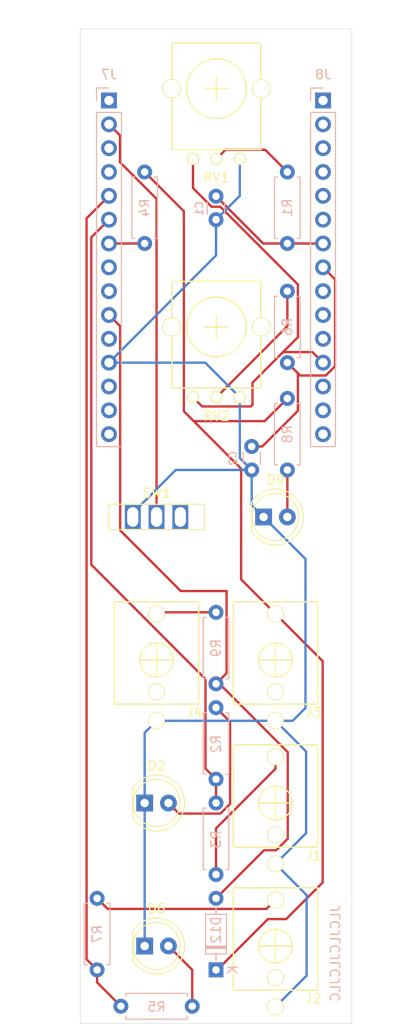
<source format=kicad_pcb>
(kicad_pcb (version 20240108) (generator "pcbnew") (generator_version "8.0")
  (layers (0 "F.Cu" signal) (31 "B.Cu" signal) (34 "B.Paste" user) (35 "F.Paste" user) (36 "B.SilkS" user "B.Silkscreen") (37 "F.SilkS" user "F.Silkscreen") (38 "B.Mask" user) (39 "F.Mask" user) (44 "Edge.Cuts" user))
  (net 0 "")
  (footprint "Eurocad:PJ301M-12_T_S" (layer "F.Cu") (at 148.314 120.582081)
    (property "Reference" "J1" (at 4.064 5.588 0) (layer "F.SilkS"))
    (property "Value" "GATE OUT 1")
    (fp_line (start -4.5 -6.2) (end -4.5 4.7) (stroke (width 0.15)) (layer "F.SilkS"))
    (fp_line (start -4.5 -6.2) (end 4.5 -6.2) (stroke (width 0.15)) (layer "F.SilkS"))
    (fp_line (start -4.5 4.7) (end 4.5 4.7) (stroke (width 0.15)) (layer "F.SilkS"))
    (fp_line (start -1.8 0) (end 1.8 0) (stroke (width 0.15)) (layer "F.SilkS"))
    (fp_line (start 0 -1.8) (end 0 1.8) (stroke (width 0.15)) (layer "F.SilkS"))
    (fp_line (start 4.5 -6.2) (end 4.5 4.7) (stroke (width 0.15)) (layer "F.SilkS"))
    (fp_circle (center 0 0) (end 1.8 0) (stroke (width 0.15)) (fill none) (layer "F.SilkS"))
    (pad "S" thru_hole circle (at 0 6.48) (size 1.8 1.8) (drill 1.6) (layers "*.Cu" "*.Mask" "F.SilkS"))
    (pad "T" thru_hole circle (at 0 -4.92) (size 1.8 1.8) (drill 1.6) (layers "*.Cu" "*.Mask" "F.SilkS"))
    (pad "TN" thru_hole circle (at 0 3.38) (size 1.8 1.8) (drill 1.6) (layers "*.Cu" "*.Mask" "F.SilkS"))
  )
  (footprint "Eurocad:PJ301M-12_T_S" (layer "F.Cu") (at 135.614 105.342081)
    (property "Reference" "J4" (at 4.064 5.588 0) (layer "F.SilkS"))
    (property "Value" "EXT CLK IN")
    (fp_line (start -4.5 -6.2) (end -4.5 4.7) (stroke (width 0.15)) (layer "F.SilkS"))
    (fp_line (start -4.5 -6.2) (end 4.5 -6.2) (stroke (width 0.15)) (layer "F.SilkS"))
    (fp_line (start -4.5 4.7) (end 4.5 4.7) (stroke (width 0.15)) (layer "F.SilkS"))
    (fp_line (start -1.8 0) (end 1.8 0) (stroke (width 0.15)) (layer "F.SilkS"))
    (fp_line (start 0 -1.8) (end 0 1.8) (stroke (width 0.15)) (layer "F.SilkS"))
    (fp_line (start 4.5 -6.2) (end 4.5 4.7) (stroke (width 0.15)) (layer "F.SilkS"))
    (fp_circle (center 0 0) (end 1.8 0) (stroke (width 0.15)) (fill none) (layer "F.SilkS"))
    (pad "S" thru_hole circle (at 0 6.48) (size 1.8 1.8) (drill 1.6) (layers "*.Cu" "*.Mask" "F.SilkS"))
    (pad "T" thru_hole circle (at 0 -4.92) (size 1.8 1.8) (drill 1.6) (layers "*.Cu" "*.Mask" "F.SilkS"))
    (pad "TN" thru_hole circle (at 0 3.38) (size 1.8 1.8) (drill 1.6) (layers "*.Cu" "*.Mask" "F.SilkS"))
  )
  (footprint "Eurocad:Alpha9mmPot" (layer "F.Cu") (at 142.004 44.45)
    (property "Reference" "RV1" (at 0 9.5 0) (layer "F.SilkS"))
    (property "Value" "100K MULTI/DIV")
    (fp_line (start -4.75 -4.85) (end -4.75 6.5) (stroke (width 0.15)) (layer "F.SilkS"))
    (fp_line (start -4.75 -4.85) (end 4.75 -4.85) (stroke (width 0.15)) (layer "F.SilkS"))
    (fp_line (start -4.75 6.5) (end 4.75 6.5) (stroke (width 0.15)) (layer "F.SilkS"))
    (fp_line (start -1.27 0) (end 1.27 0) (stroke (width 0.15)) (layer "F.SilkS"))
    (fp_line (start 0 -1.27) (end 0 1.27) (stroke (width 0.15)) (layer "F.SilkS"))
    (fp_line (start 4.75 -4.85) (end 4.75 6.5) (stroke (width 0.15)) (layer "F.SilkS"))
    (fp_circle (center 0 0) (end 3.175 0) (stroke (width 0.15)) (fill none) (layer "F.SilkS"))
    (pad "" thru_hole circle (at -4.8 0) (size 2 2) (drill 1.8) (layers "*.Cu" "*.Mask" "F.SilkS"))
    (pad "" thru_hole circle (at 4.8 0) (size 2 2) (drill 1.8) (layers "*.Cu" "*.Mask" "F.SilkS"))
    (pad "1" thru_hole circle (at -2.5 7.5) (size 1.3 1.3) (drill 1) (layers "*.Cu" "*.Mask" "F.SilkS"))
    (pad "2" thru_hole circle (at 0 7.5) (size 1.3 1.3) (drill 1) (layers "*.Cu" "*.Mask" "F.SilkS"))
    (pad "3" thru_hole circle (at 2.5 7.5) (size 1.3 1.3) (drill 1) (layers "*.Cu" "*.Mask" "F.SilkS"))
  )
  (footprint "LED_THT:LED_D5.0mm" (layer "F.Cu") (at 134.344 135.822081)
    (property "Reference" "D6" (at 1.27 -3.96 0) (layer "F.SilkS"))
    (property "Value" "GATE OUT 2 LED")
    (fp_line (start -1.29 -1.545) (end -1.29 1.545) (stroke (width 0.12)) (layer "F.SilkS"))
    (fp_arc (start -1.29 -1.54483) (mid 2.072002 -2.880433) (end 4.26 0.000462) (stroke (width 0.12)) (layer "F.SilkS"))
    (fp_arc (start 4.26 -0.000462) (mid 2.072002 2.880433) (end -1.29 1.54483) (stroke (width 0.12)) (layer "F.SilkS"))
    (fp_circle (center 1.27 0) (end 3.77 0) (stroke (width 0.12)) (fill none) (layer "F.SilkS"))
    (pad "1" thru_hole rect (at 0 0) (size 1.8 1.8) (drill 0.9) (layers "*.Cu" "*.Mask"))
    (pad "2" thru_hole circle (at 2.54 0) (size 1.8 1.8) (drill 0.9) (layers "*.Cu" "*.Mask"))
  )
  (footprint "Eurocad:Alpha9mmPot" (layer "F.Cu") (at 142.004 69.85)
    (property "Reference" "RV2" (at 0 9.5 0) (layer "F.SilkS"))
    (property "Value" "100K RATE")
    (fp_line (start -4.75 -4.85) (end -4.75 6.5) (stroke (width 0.15)) (layer "F.SilkS"))
    (fp_line (start -4.75 -4.85) (end 4.75 -4.85) (stroke (width 0.15)) (layer "F.SilkS"))
    (fp_line (start -4.75 6.5) (end 4.75 6.5) (stroke (width 0.15)) (layer "F.SilkS"))
    (fp_line (start -1.27 0) (end 1.27 0) (stroke (width 0.15)) (layer "F.SilkS"))
    (fp_line (start 0 -1.27) (end 0 1.27) (stroke (width 0.15)) (layer "F.SilkS"))
    (fp_line (start 4.75 -4.85) (end 4.75 6.5) (stroke (width 0.15)) (layer "F.SilkS"))
    (fp_circle (center 0 0) (end 3.175 0) (stroke (width 0.15)) (fill none) (layer "F.SilkS"))
    (pad "" thru_hole circle (at -4.8 0) (size 2 2) (drill 1.8) (layers "*.Cu" "*.Mask" "F.SilkS"))
    (pad "" thru_hole circle (at 4.8 0) (size 2 2) (drill 1.8) (layers "*.Cu" "*.Mask" "F.SilkS"))
    (pad "1" thru_hole circle (at -2.5 7.5) (size 1.3 1.3) (drill 1) (layers "*.Cu" "*.Mask" "F.SilkS"))
    (pad "2" thru_hole circle (at 0 7.5) (size 1.3 1.3) (drill 1) (layers "*.Cu" "*.Mask" "F.SilkS"))
    (pad "3" thru_hole circle (at 2.5 7.5) (size 1.3 1.3) (drill 1) (layers "*.Cu" "*.Mask" "F.SilkS"))
  )
  (footprint "Button_Switch_THT:SW_Slide-03_Wuerth-WS-SLTV_10x2.5x6.4_P2.54mm" (layer "F.Cu") (at 135.614 90.102081)
    (property "Reference" "SW1" (at 0 -2.54 0) (layer "F.SilkS"))
    (property "Value" "SW_SPDT (Internal Pullup)")
    (fp_rect (start -5.11 -1.36) (end 5.11 1.36) (stroke (width 0.12)) (fill none) (layer "F.SilkS"))
    (pad "1" thru_hole rect (at 0 0) (size 1.7 2.54) (drill oval 1.2 2.1) (layers "*.Cu" "*.Mask"))
    (pad "2" thru_hole rect (at -2.54 0) (size 1.7 2.54) (drill oval 1.2 2.1) (layers "*.Cu" "*.Mask"))
    (pad "3" thru_hole rect (at 2.54 0) (size 1.7 2.54) (drill oval 1.2 2.1) (layers "*.Cu" "*.Mask"))
  )
  (footprint "LED_THT:LED_D5.0mm" (layer "F.Cu") (at 147.044 90.102081)
    (property "Reference" "D9" (at 1.27 -3.96 0) (layer "F.SilkS"))
    (property "Value" "CLOCK OUT LED")
    (fp_line (start -1.29 -1.545) (end -1.29 1.545) (stroke (width 0.12)) (layer "F.SilkS"))
    (fp_arc (start -1.29 -1.54483) (mid 2.072002 -2.880433) (end 4.26 0.000462) (stroke (width 0.12)) (layer "F.SilkS"))
    (fp_arc (start 4.26 -0.000462) (mid 2.072002 2.880433) (end -1.29 1.54483) (stroke (width 0.12)) (layer "F.SilkS"))
    (fp_circle (center 1.27 0) (end 3.77 0) (stroke (width 0.12)) (fill none) (layer "F.SilkS"))
    (pad "1" thru_hole rect (at 0 0) (size 1.8 1.8) (drill 0.9) (layers "*.Cu" "*.Mask"))
    (pad "2" thru_hole circle (at 2.54 0) (size 1.8 1.8) (drill 0.9) (layers "*.Cu" "*.Mask"))
  )
  (footprint "Eurocad:PJ301M-12_T_S" (layer "F.Cu") (at 148.314 105.342081)
    (property "Reference" "J3" (at 4.064 5.588 0) (layer "F.SilkS"))
    (property "Value" "CLOCK OUT")
    (fp_line (start -4.5 -6.2) (end -4.5 4.7) (stroke (width 0.15)) (layer "F.SilkS"))
    (fp_line (start -4.5 -6.2) (end 4.5 -6.2) (stroke (width 0.15)) (layer "F.SilkS"))
    (fp_line (start -4.5 4.7) (end 4.5 4.7) (stroke (width 0.15)) (layer "F.SilkS"))
    (fp_line (start -1.8 0) (end 1.8 0) (stroke (width 0.15)) (layer "F.SilkS"))
    (fp_line (start 0 -1.8) (end 0 1.8) (stroke (width 0.15)) (layer "F.SilkS"))
    (fp_line (start 4.5 -6.2) (end 4.5 4.7) (stroke (width 0.15)) (layer "F.SilkS"))
    (fp_circle (center 0 0) (end 1.8 0) (stroke (width 0.15)) (fill none) (layer "F.SilkS"))
    (pad "S" thru_hole circle (at 0 6.48) (size 1.8 1.8) (drill 1.6) (layers "*.Cu" "*.Mask" "F.SilkS"))
    (pad "T" thru_hole circle (at 0 -4.92) (size 1.8 1.8) (drill 1.6) (layers "*.Cu" "*.Mask" "F.SilkS"))
    (pad "TN" thru_hole circle (at 0 3.38) (size 1.8 1.8) (drill 1.6) (layers "*.Cu" "*.Mask" "F.SilkS"))
  )
  (footprint "Eurocad:PJ301M-12_T_S" (layer "F.Cu") (at 148.314 135.822081)
    (property "Reference" "J2" (at 4.064 5.588 0) (layer "F.SilkS"))
    (property "Value" "GATE OUT 2")
    (fp_line (start -4.5 -6.2) (end -4.5 4.7) (stroke (width 0.15)) (layer "F.SilkS"))
    (fp_line (start -4.5 -6.2) (end 4.5 -6.2) (stroke (width 0.15)) (layer "F.SilkS"))
    (fp_line (start -4.5 4.7) (end 4.5 4.7) (stroke (width 0.15)) (layer "F.SilkS"))
    (fp_line (start -1.8 0) (end 1.8 0) (stroke (width 0.15)) (layer "F.SilkS"))
    (fp_line (start 0 -1.8) (end 0 1.8) (stroke (width 0.15)) (layer "F.SilkS"))
    (fp_line (start 4.5 -6.2) (end 4.5 4.7) (stroke (width 0.15)) (layer "F.SilkS"))
    (fp_circle (center 0 0) (end 1.8 0) (stroke (width 0.15)) (fill none) (layer "F.SilkS"))
    (pad "S" thru_hole circle (at 0 6.48) (size 1.8 1.8) (drill 1.6) (layers "*.Cu" "*.Mask" "F.SilkS"))
    (pad "T" thru_hole circle (at 0 -4.92) (size 1.8 1.8) (drill 1.6) (layers "*.Cu" "*.Mask" "F.SilkS"))
    (pad "TN" thru_hole circle (at 0 3.38) (size 1.8 1.8) (drill 1.6) (layers "*.Cu" "*.Mask" "F.SilkS"))
  )
  (footprint "LED_THT:LED_D5.0mm" (layer "F.Cu") (at 134.344 120.582081)
    (property "Reference" "D2" (at 1.27 -3.96 0) (layer "F.SilkS"))
    (property "Value" "GATE OUT 1 LED")
    (fp_line (start -1.29 -1.545) (end -1.29 1.545) (stroke (width 0.12)) (layer "F.SilkS"))
    (fp_arc (start -1.29 -1.54483) (mid 2.072002 -2.880433) (end 4.26 0.000462) (stroke (width 0.12)) (layer "F.SilkS"))
    (fp_arc (start 4.26 -0.000462) (mid 2.072002 2.880433) (end -1.29 1.54483) (stroke (width 0.12)) (layer "F.SilkS"))
    (fp_circle (center 1.27 0) (end 3.77 0) (stroke (width 0.12)) (fill none) (layer "F.SilkS"))
    (pad "1" thru_hole rect (at 0 0) (size 1.8 1.8) (drill 0.9) (layers "*.Cu" "*.Mask"))
    (pad "2" thru_hole circle (at 2.54 0) (size 1.8 1.8) (drill 0.9) (layers "*.Cu" "*.Mask"))
  )
  (footprint "Resistor_THT:R_Axial_DIN0207_L6.3mm_D2.5mm_P7.62mm_Horizontal" (layer "B.Cu") (at 129.264 138.362081 90)
    (property "Reference" "R7" (at 3.81 0 -90) (layer "B.SilkS") (effects (justify mirror)))
    (property "Value" "470")
    (fp_line (start 7.08 -1.37) (end 0.54 -1.37) (stroke (width 0.12)) (layer "B.SilkS"))
    (fp_line (start 0.54 -1.37) (end 0.54 -1.04) (stroke (width 0.12)) (layer "B.SilkS"))
    (fp_line (start 7.08 -1.04) (end 7.08 -1.37) (stroke (width 0.12)) (layer "B.SilkS"))
    (fp_line (start 7.08 1.04) (end 7.08 1.37) (stroke (width 0.12)) (layer "B.SilkS"))
    (fp_line (start 7.08 1.37) (end 0.54 1.37) (stroke (width 0.12)) (layer "B.SilkS"))
    (fp_line (start 0.54 1.37) (end 0.54 1.04) (stroke (width 0.12)) (layer "B.SilkS"))
    (pad "1" thru_hole circle (at 0 0 90) (size 1.6 1.6) (drill 0.8) (layers "*.Cu" "*.Mask"))
    (pad "2" thru_hole oval (at 7.62 0 90) (size 1.6 1.6) (drill 0.8) (layers "*.Cu" "*.Mask"))
  )
  (footprint "Resistor_THT:R_Axial_DIN0207_L6.3mm_D2.5mm_P7.62mm_Horizontal" (layer "B.Cu") (at 141.964 100.262081 -90)
    (property "Reference" "R9" (at 3.81 0 90) (layer "B.SilkS") (effects (justify mirror)))
    (property "Value" "470")
    (fp_line (start 0.54 1.37) (end 0.54 1.04) (stroke (width 0.12)) (layer "B.SilkS"))
    (fp_line (start 7.08 1.37) (end 0.54 1.37) (stroke (width 0.12)) (layer "B.SilkS"))
    (fp_line (start 7.08 1.04) (end 7.08 1.37) (stroke (width 0.12)) (layer "B.SilkS"))
    (fp_line (start 7.08 -1.04) (end 7.08 -1.37) (stroke (width 0.12)) (layer "B.SilkS"))
    (fp_line (start 0.54 -1.37) (end 0.54 -1.04) (stroke (width 0.12)) (layer "B.SilkS"))
    (fp_line (start 7.08 -1.37) (end 0.54 -1.37) (stroke (width 0.12)) (layer "B.SilkS"))
    (pad "1" thru_hole circle (at 0 0 270) (size 1.6 1.6) (drill 0.8) (layers "*.Cu" "*.Mask"))
    (pad "2" thru_hole oval (at 7.62 0 270) (size 1.6 1.6) (drill 0.8) (layers "*.Cu" "*.Mask"))
  )
  (footprint "Connector_PinSocket_2.54mm:PinSocket_1x15_P2.54mm_Vertical" (layer "B.Cu") (at 153.394 45.72 180)
    (property "Reference" "J8" (at 0 2.77 180) (layer "B.SilkS") (effects (justify mirror)))
    (property "Value" "Conn_01x15_Socket_Right")
    (fp_line (start 1.33 1.33) (end 0 1.33) (stroke (width 0.12)) (layer "B.SilkS"))
    (fp_line (start 1.33 0) (end 1.33 1.33) (stroke (width 0.12)) (layer "B.SilkS"))
    (fp_line (start 1.33 -1.27) (end -1.33 -1.27) (stroke (width 0.12)) (layer "B.SilkS"))
    (fp_line (start 1.33 -36.89) (end 1.33 -1.27) (stroke (width 0.12)) (layer "B.SilkS"))
    (fp_line (start 1.33 -36.89) (end -1.33 -36.89) (stroke (width 0.12)) (layer "B.SilkS"))
    (fp_line (start -1.33 -36.89) (end -1.33 -1.27) (stroke (width 0.12)) (layer "B.SilkS"))
    (pad "1" thru_hole rect (at 0 0 180) (size 1.7 1.7) (drill 1) (layers "*.Cu" "*.Mask"))
    (pad "2" thru_hole oval (at 0 -2.54 180) (size 1.7 1.7) (drill 1) (layers "*.Cu" "*.Mask"))
    (pad "3" thru_hole oval (at 0 -5.08 180) (size 1.7 1.7) (drill 1) (layers "*.Cu" "*.Mask"))
    (pad "4" thru_hole oval (at 0 -7.62 180) (size 1.7 1.7) (drill 1) (layers "*.Cu" "*.Mask"))
    (pad "5" thru_hole oval (at 0 -10.16 180) (size 1.7 1.7) (drill 1) (layers "*.Cu" "*.Mask"))
    (pad "6" thru_hole oval (at 0 -12.7 180) (size 1.7 1.7) (drill 1) (layers "*.Cu" "*.Mask"))
    (pad "7" thru_hole oval (at 0 -15.24 180) (size 1.7 1.7) (drill 1) (layers "*.Cu" "*.Mask"))
    (pad "8" thru_hole oval (at 0 -17.78 180) (size 1.7 1.7) (drill 1) (layers "*.Cu" "*.Mask"))
    (pad "9" thru_hole oval (at 0 -20.32 180) (size 1.7 1.7) (drill 1) (layers "*.Cu" "*.Mask"))
    (pad "10" thru_hole oval (at 0 -22.86 180) (size 1.7 1.7) (drill 1) (layers "*.Cu" "*.Mask"))
    (pad "11" thru_hole oval (at 0 -25.4 180) (size 1.7 1.7) (drill 1) (layers "*.Cu" "*.Mask"))
    (pad "12" thru_hole oval (at 0 -27.94 180) (size 1.7 1.7) (drill 1) (layers "*.Cu" "*.Mask"))
    (pad "13" thru_hole oval (at 0 -30.48 180) (size 1.7 1.7) (drill 1) (layers "*.Cu" "*.Mask"))
    (pad "14" thru_hole oval (at 0 -33.02 180) (size 1.7 1.7) (drill 1) (layers "*.Cu" "*.Mask"))
    (pad "15" thru_hole oval (at 0 -35.56 180) (size 1.7 1.7) (drill 1) (layers "*.Cu" "*.Mask"))
  )
  (footprint "Resistor_THT:R_Axial_DIN0207_L6.3mm_D2.5mm_P7.62mm_Horizontal" (layer "B.Cu") (at 149.584 66.04 -90)
    (property "Reference" "R6" (at 3.81 0 90) (layer "B.SilkS") (effects (justify mirror)))
    (property "Value" "470")
    (fp_line (start 0.54 1.37) (end 0.54 1.04) (stroke (width 0.12)) (layer "B.SilkS"))
    (fp_line (start 7.08 1.37) (end 0.54 1.37) (stroke (width 0.12)) (layer "B.SilkS"))
    (fp_line (start 7.08 1.04) (end 7.08 1.37) (stroke (width 0.12)) (layer "B.SilkS"))
    (fp_line (start 7.08 -1.04) (end 7.08 -1.37) (stroke (width 0.12)) (layer "B.SilkS"))
    (fp_line (start 0.54 -1.37) (end 0.54 -1.04) (stroke (width 0.12)) (layer "B.SilkS"))
    (fp_line (start 7.08 -1.37) (end 0.54 -1.37) (stroke (width 0.12)) (layer "B.SilkS"))
    (pad "1" thru_hole circle (at 0 0 270) (size 1.6 1.6) (drill 0.8) (layers "*.Cu" "*.Mask"))
    (pad "2" thru_hole oval (at 7.62 0 270) (size 1.6 1.6) (drill 0.8) (layers "*.Cu" "*.Mask"))
  )
  (footprint "Resistor_THT:R_Axial_DIN0207_L6.3mm_D2.5mm_P7.62mm_Horizontal" (layer "B.Cu") (at 141.964 120.582081 -90)
    (property "Reference" "R3" (at 3.877919 0 90) (layer "B.SilkS") (effects (justify mirror)))
    (property "Value" "470")
    (fp_line (start 0.54 1.37) (end 0.54 1.04) (stroke (width 0.12)) (layer "B.SilkS"))
    (fp_line (start 7.08 1.37) (end 0.54 1.37) (stroke (width 0.12)) (layer "B.SilkS"))
    (fp_line (start 7.08 1.04) (end 7.08 1.37) (stroke (width 0.12)) (layer "B.SilkS"))
    (fp_line (start 7.08 -1.04) (end 7.08 -1.37) (stroke (width 0.12)) (layer "B.SilkS"))
    (fp_line (start 0.54 -1.37) (end 0.54 -1.04) (stroke (width 0.12)) (layer "B.SilkS"))
    (fp_line (start 7.08 -1.37) (end 0.54 -1.37) (stroke (width 0.12)) (layer "B.SilkS"))
    (pad "1" thru_hole circle (at 0 0 270) (size 1.6 1.6) (drill 0.8) (layers "*.Cu" "*.Mask"))
    (pad "2" thru_hole oval (at 7.62 0 270) (size 1.6 1.6) (drill 0.8) (layers "*.Cu" "*.Mask"))
  )
  (footprint "Resistor_THT:R_Axial_DIN0207_L6.3mm_D2.5mm_P7.62mm_Horizontal" (layer "B.Cu") (at 139.424 142.24 180)
    (property "Reference" "R5" (at 3.81 -0.067919 180) (layer "B.SilkS") (effects (justify mirror)))
    (property "Value" "22K")
    (fp_line (start 7.08 1.37) (end 0.54 1.37) (stroke (width 0.12)) (layer "B.SilkS"))
    (fp_line (start 7.08 1.04) (end 7.08 1.37) (stroke (width 0.12)) (layer "B.SilkS"))
    (fp_line (start 7.08 -1.04) (end 7.08 -1.37) (stroke (width 0.12)) (layer "B.SilkS"))
    (fp_line (start 7.08 -1.37) (end 0.54 -1.37) (stroke (width 0.12)) (layer "B.SilkS"))
    (fp_line (start 0.54 1.37) (end 0.54 1.04) (stroke (width 0.12)) (layer "B.SilkS"))
    (fp_line (start 0.54 -1.37) (end 0.54 -1.04) (stroke (width 0.12)) (layer "B.SilkS"))
    (pad "1" thru_hole circle (at 0 0 180) (size 1.6 1.6) (drill 0.8) (layers "*.Cu" "*.Mask"))
    (pad "2" thru_hole oval (at 7.62 0 180) (size 1.6 1.6) (drill 0.8) (layers "*.Cu" "*.Mask"))
  )
  (footprint "Resistor_THT:R_Axial_DIN0207_L6.3mm_D2.5mm_P7.62mm_Horizontal" (layer "B.Cu") (at 141.964 110.422081 -90)
    (property "Reference" "R2" (at 3.877919 0 90) (layer "B.SilkS") (effects (justify mirror)))
    (property "Value" "22K")
    (fp_line (start 0.54 1.37) (end 0.54 1.04) (stroke (width 0.12)) (layer "B.SilkS"))
    (fp_line (start 7.08 1.37) (end 0.54 1.37) (stroke (width 0.12)) (layer "B.SilkS"))
    (fp_line (start 7.08 1.04) (end 7.08 1.37) (stroke (width 0.12)) (layer "B.SilkS"))
    (fp_line (start 7.08 -1.04) (end 7.08 -1.37) (stroke (width 0.12)) (layer "B.SilkS"))
    (fp_line (start 0.54 -1.37) (end 0.54 -1.04) (stroke (width 0.12)) (layer "B.SilkS"))
    (fp_line (start 7.08 -1.37) (end 0.54 -1.37) (stroke (width 0.12)) (layer "B.SilkS"))
    (pad "1" thru_hole circle (at 0 0 270) (size 1.6 1.6) (drill 0.8) (layers "*.Cu" "*.Mask"))
    (pad "2" thru_hole oval (at 7.62 0 270) (size 1.6 1.6) (drill 0.8) (layers "*.Cu" "*.Mask"))
  )
  (footprint "Capacitor_THT:C_Disc_D3.0mm_W1.6mm_P2.50mm" (layer "B.Cu") (at 145.774 82.59 -90)
    (property "Reference" "C2" (at 1.260713 1.982477 -90) (layer "B.SilkS") (effects (font (size 0.8 0.8)) (justify mirror)))
    (property "Value" "220p")
    (fp_line (start 1.879 0.92) (end 0.621 0.92) (stroke (width 0.12)) (layer "B.SilkS"))
    (fp_line (start 1.879 -0.92) (end 0.621 -0.92) (stroke (width 0.12)) (layer "B.SilkS"))
    (pad "1" thru_hole circle (at 0 0 270) (size 1.6 1.6) (drill 0.8) (layers "*.Cu" "*.Mask"))
    (pad "2" thru_hole circle (at 2.5 0 270) (size 1.6 1.6) (drill 0.8) (layers "*.Cu" "*.Mask"))
  )
  (footprint "Resistor_THT:R_Axial_DIN0207_L6.3mm_D2.5mm_P7.62mm_Horizontal" (layer "B.Cu") (at 134.344 60.96 90)
    (property "Reference" "R4" (at 3.81 0 -90) (layer "B.SilkS") (effects (justify mirror)))
    (property "Value" "470")
    (fp_line (start 7.08 -1.37) (end 0.54 -1.37) (stroke (width 0.12)) (layer "B.SilkS"))
    (fp_line (start 0.54 -1.37) (end 0.54 -1.04) (stroke (width 0.12)) (layer "B.SilkS"))
    (fp_line (start 7.08 -1.04) (end 7.08 -1.37) (stroke (width 0.12)) (layer "B.SilkS"))
    (fp_line (start 7.08 1.04) (end 7.08 1.37) (stroke (width 0.12)) (layer "B.SilkS"))
    (fp_line (start 7.08 1.37) (end 0.54 1.37) (stroke (width 0.12)) (layer "B.SilkS"))
    (fp_line (start 0.54 1.37) (end 0.54 1.04) (stroke (width 0.12)) (layer "B.SilkS"))
    (pad "1" thru_hole circle (at 0 0 90) (size 1.6 1.6) (drill 0.8) (layers "*.Cu" "*.Mask"))
    (pad "2" thru_hole oval (at 7.62 0 90) (size 1.6 1.6) (drill 0.8) (layers "*.Cu" "*.Mask"))
  )
  (footprint "Resistor_THT:R_Axial_DIN0207_L6.3mm_D2.5mm_P7.62mm_Horizontal" (layer "B.Cu") (at 149.584 53.34 -90)
    (property "Reference" "R1" (at 3.81 0 90) (layer "B.SilkS") (effects (justify mirror)))
    (property "Value" "470")
    (fp_line (start 0.54 1.37) (end 0.54 1.04) (stroke (width 0.12)) (layer "B.SilkS"))
    (fp_line (start 7.08 1.37) (end 0.54 1.37) (stroke (width 0.12)) (layer "B.SilkS"))
    (fp_line (start 7.08 1.04) (end 7.08 1.37) (stroke (width 0.12)) (layer "B.SilkS"))
    (fp_line (start 7.08 -1.04) (end 7.08 -1.37) (stroke (width 0.12)) (layer "B.SilkS"))
    (fp_line (start 0.54 -1.37) (end 0.54 -1.04) (stroke (width 0.12)) (layer "B.SilkS"))
    (fp_line (start 7.08 -1.37) (end 0.54 -1.37) (stroke (width 0.12)) (layer "B.SilkS"))
    (pad "1" thru_hole circle (at 0 0 270) (size 1.6 1.6) (drill 0.8) (layers "*.Cu" "*.Mask"))
    (pad "2" thru_hole oval (at 7.62 0 270) (size 1.6 1.6) (drill 0.8) (layers "*.Cu" "*.Mask"))
  )
  (footprint "Resistor_THT:R_Axial_DIN0207_L6.3mm_D2.5mm_P7.62mm_Horizontal" (layer "B.Cu") (at 149.584 85.09 90)
    (property "Reference" "R8" (at 3.81 0 -90) (layer "B.SilkS") (effects (justify mirror)))
    (property "Value" "22K")
    (fp_line (start 7.08 -1.37) (end 0.54 -1.37) (stroke (width 0.12)) (layer "B.SilkS"))
    (fp_line (start 0.54 -1.37) (end 0.54 -1.04) (stroke (width 0.12)) (layer "B.SilkS"))
    (fp_line (start 7.08 -1.04) (end 7.08 -1.37) (stroke (width 0.12)) (layer "B.SilkS"))
    (fp_line (start 7.08 1.04) (end 7.08 1.37) (stroke (width 0.12)) (layer "B.SilkS"))
    (fp_line (start 7.08 1.37) (end 0.54 1.37) (stroke (width 0.12)) (layer "B.SilkS"))
    (fp_line (start 0.54 1.37) (end 0.54 1.04) (stroke (width 0.12)) (layer "B.SilkS"))
    (pad "1" thru_hole circle (at 0 0 90) (size 1.6 1.6) (drill 0.8) (layers "*.Cu" "*.Mask"))
    (pad "2" thru_hole oval (at 7.62 0 90) (size 1.6 1.6) (drill 0.8) (layers "*.Cu" "*.Mask"))
  )
  (footprint "Diode_THT:D_DO-35_SOD27_P7.62mm_Horizontal" (layer "B.Cu") (at 141.964 138.362081 90)
    (property "Reference" "D12" (at 4.250081 0 -90) (layer "B.SilkS") (effects (justify mirror)))
    (property "Value" "BAT43")
    (fp_line (start 5.93 -1.12) (end 1.69 -1.12) (stroke (width 0.12)) (layer "B.SilkS"))
    (fp_line (start 2.53 -1.12) (end 2.53 1.12) (stroke (width 0.12)) (layer "B.SilkS"))
    (fp_line (start 2.41 -1.12) (end 2.41 1.12) (stroke (width 0.12)) (layer "B.SilkS"))
    (fp_line (start 2.29 -1.12) (end 2.29 1.12) (stroke (width 0.12)) (layer "B.SilkS"))
    (fp_line (start 1.69 -1.12) (end 1.69 1.12) (stroke (width 0.12)) (layer "B.SilkS"))
    (fp_line (start 5.93 0) (end 6.58 0) (stroke (width 0.12)) (layer "B.SilkS"))
    (fp_line (start 1.69 0) (end 1.04 0) (stroke (width 0.12)) (layer "B.SilkS"))
    (fp_line (start 5.93 1.12) (end 5.93 -1.12) (stroke (width 0.12)) (layer "B.SilkS"))
    (fp_line (start 1.69 1.12) (end 5.93 1.12) (stroke (width 0.12)) (layer "B.SilkS"))
    (fp_text user "K" (at 0 1.8 -90) (layer "B.SilkS") (effects (justify mirror)))
    (pad "1" thru_hole rect (at 0 0 90) (size 1.6 1.6) (drill 0.8) (layers "*.Cu" "*.Mask"))
    (pad "2" thru_hole oval (at 7.62 0 90) (size 1.6 1.6) (drill 0.8) (layers "*.Cu" "*.Mask"))
  )
  (footprint "Capacitor_THT:C_Disc_D3.0mm_W1.6mm_P2.50mm" (layer "B.Cu") (at 141.964 55.92 -90)
    (property "Reference" "C1" (at 1.306407 1.792436 90) (layer "B.SilkS") (effects (font (size 0.8 0.8)) (justify mirror)))
    (property "Value" "220p")
    (fp_line (start 1.879 0.92) (end 0.621 0.92) (stroke (width 0.12)) (layer "B.SilkS"))
    (fp_line (start 1.879 -0.92) (end 0.621 -0.92) (stroke (width 0.12)) (layer "B.SilkS"))
    (pad "1" thru_hole circle (at 0 0 270) (size 1.6 1.6) (drill 0.8) (layers "*.Cu" "*.Mask"))
    (pad "2" thru_hole circle (at 2.5 0 270) (size 1.6 1.6) (drill 0.8) (layers "*.Cu" "*.Mask"))
  )
  (footprint "Connector_PinSocket_2.54mm:PinSocket_1x15_P2.54mm_Vertical" (layer "B.Cu") (at 130.534 45.72 180)
    (property "Reference" "J7" (at 0 2.77 180) (layer "B.SilkS") (effects (justify mirror)))
    (property "Value" "Conn_01x15_Socket_Left")
    (fp_line (start 1.33 1.33) (end 0 1.33) (stroke (width 0.12)) (layer "B.SilkS"))
    (fp_line (start 1.33 0) (end 1.33 1.33) (stroke (width 0.12)) (layer "B.SilkS"))
    (fp_line (start 1.33 -1.27) (end -1.33 -1.27) (stroke (width 0.12)) (layer "B.SilkS"))
    (fp_line (start 1.33 -36.89) (end 1.33 -1.27) (stroke (width 0.12)) (layer "B.SilkS"))
    (fp_line (start 1.33 -36.89) (end -1.33 -36.89) (stroke (width 0.12)) (layer "B.SilkS"))
    (fp_line (start -1.33 -36.89) (end -1.33 -1.27) (stroke (width 0.12)) (layer "B.SilkS"))
    (pad "1" thru_hole rect (at 0 0 180) (size 1.7 1.7) (drill 1) (layers "*.Cu" "*.Mask"))
    (pad "2" thru_hole oval (at 0 -2.54 180) (size 1.7 1.7) (drill 1) (layers "*.Cu" "*.Mask"))
    (pad "3" thru_hole oval (at 0 -5.08 180) (size 1.7 1.7) (drill 1) (layers "*.Cu" "*.Mask"))
    (pad "4" thru_hole oval (at 0 -7.62 180) (size 1.7 1.7) (drill 1) (layers "*.Cu" "*.Mask"))
    (pad "5" thru_hole oval (at 0 -10.16 180) (size 1.7 1.7) (drill 1) (layers "*.Cu" "*.Mask"))
    (pad "6" thru_hole oval (at 0 -12.7 180) (size 1.7 1.7) (drill 1) (layers "*.Cu" "*.Mask"))
    (pad "7" thru_hole oval (at 0 -15.24 180) (size 1.7 1.7) (drill 1) (layers "*.Cu" "*.Mask"))
    (pad "8" thru_hole oval (at 0 -17.78 180) (size 1.7 1.7) (drill 1) (layers "*.Cu" "*.Mask"))
    (pad "9" thru_hole oval (at 0 -20.32 180) (size 1.7 1.7) (drill 1) (layers "*.Cu" "*.Mask"))
    (pad "10" thru_hole oval (at 0 -22.86 180) (size 1.7 1.7) (drill 1) (layers "*.Cu" "*.Mask"))
    (pad "11" thru_hole oval (at 0 -25.4 180) (size 1.7 1.7) (drill 1) (layers "*.Cu" "*.Mask"))
    (pad "12" thru_hole oval (at 0 -27.94 180) (size 1.7 1.7) (drill 1) (layers "*.Cu" "*.Mask"))
    (pad "13" thru_hole oval (at 0 -30.48 180) (size 1.7 1.7) (drill 1) (layers "*.Cu" "*.Mask"))
    (pad "14" thru_hole oval (at 0 -33.02 180) (size 1.7 1.7) (drill 1) (layers "*.Cu" "*.Mask"))
    (pad "15" thru_hole oval (at 0 -35.56 180) (size 1.7 1.7) (drill 1) (layers "*.Cu" "*.Mask"))
  )
  (gr_rect (start 127.464 38.1) (end 156.464 144.1) (stroke (width 0.05)) (fill none) (layer "Edge.Cuts"))
  (gr_text "JLCJLCJLCJLC" (at 155.299 131.377081 90) (layer "B.SilkS") (effects (font (size 1 1)) (justify left bottom mirror)))
  (segment (start 142.437186 121.707081) (end 143.468499 120.675768) (width 0.25) (layer "F.Cu") (net 0))
  (segment (start 154.67962 64.78562) (end 153.394 63.5) (width 0.25) (layer "F.Cu") (net 0))
  (segment (start 148.314 100.422081) (end 144.649 96.757081) (width 0.25) (layer "F.Cu") (net 0))
  (segment (start 147.504131 132.952818) (end 149.454829 132.952818) (width 0.25) (layer "F.Cu") (net 0))
  (segment (start 128.139 137.237081) (end 128.139 58.275) (width 0.25) (layer "F.Cu") (net 0))
  (segment (start 149.118009 72.535) (end 150.709 70.944009) (width 0.25) (layer "F.Cu") (net 0))
  (segment (start 140.479 78.325) (end 145.674943 78.325) (width 0.25) (layer "F.Cu") (net 0))
  (segment (start 153.690701 75.025) (end 154.67962 74.036081) (width 0.25) (layer "F.Cu") (net 0))
  (segment (start 141.964 107.882081) (end 143.089 106.757081) (width 0.25) (layer "F.Cu") (net 0))
  (segment (start 138.529 57.525) (end 138.529 78.835346) (width 0.25) (layer "F.Cu") (net 0))
  (segment (start 141.964 118.042081) (end 140.839 116.917081) (width 0.25) (layer "F.Cu") (net 0))
  (segment (start 135.614 90.102081) (end 135.614 56.200991) (width 0.25) (layer "F.Cu") (net 0))
  (segment (start 139.424 142.24) (end 139.424 138.362081) (width 0.25) (layer "F.Cu") (net 0))
  (segment (start 142.004 51.95) (end 142.979 50.975) (width 0.25) (layer "F.Cu") (net 0))
  (segment (start 153.356224 105.464305) (end 148.314 100.422081) (width 0.25) (layer "F.Cu") (net 0))
  (segment (start 153.394 60.96) (end 149.584 60.96) (width 0.25) (layer "F.Cu") (net 0))
  (segment (start 138.529 78.835346) (end 138.705752 79.012099) (width 0.25) (layer "F.Cu") (net 0))
  (segment (start 141.964 100.262081) (end 135.774 100.262081) (width 0.25) (layer "F.Cu") (net 0))
  (segment (start 142.429991 57.045) (end 141.498009 57.045) (width 0.25) (layer "F.Cu") (net 0))
  (segment (start 144.649 84.955347) (end 138.705752 79.012099) (width 0.25) (layer "F.Cu") (net 0))
  (segment (start 142.094868 138.362081) (end 147.504131 132.952818) (width 0.25) (layer "F.Cu") (net 0))
  (segment (start 141.498009 57.045) (end 139.504 55.050991) (width 0.25) (layer "F.Cu") (net 0))
  (segment (start 138.705752 79.012099) (end 139.585414 79.89176) (width 0.25) (layer "F.Cu") (net 0))
  (segment (start 139.585414 79.89176) (end 147.16224 79.89176) (width 0.25) (layer "F.Cu") (net 0))
  (segment (start 138.009 121.707081) (end 142.437186 121.707081) (width 0.25) (layer "F.Cu") (net 0))
  (segment (start 147.349 131.867081) (end 130.389 131.867081) (width 0.25) (layer "F.Cu") (net 0))
  (segment (start 131.730337 91.528418) (end 131.730337 69.776337) (width 0.25) (layer "F.Cu") (net 0))
  (segment (start 149.625578 124.382915) (end 149.625578 115.167213) (width 0.25) (layer "F.Cu") (net 0))
  (segment (start 149.584 60.96) (end 147.004 60.96) (width 0.25) (layer "F.Cu") (net 0))
  (segment (start 140.839 107.379493) (end 128.642478 95.182971) (width 0.25) (layer "F.Cu") (net 0))
  (segment (start 140.839 116.917081) (end 140.839 107.379493) (width 0.25) (layer "F.Cu") (net 0))
  (segment (start 139.504 77.35) (end 140.479 78.325) (width 0.25) (layer "F.Cu") (net 0))
  (segment (start 145.832279 78.167664) (end 145.860277 78.167664) (width 0.25) (layer "F.Cu") (net 0))
  (segment (start 135.774 100.262081) (end 135.614 100.422081) (width 0.25) (layer "F.Cu") (net 0))
  (segment (start 147.004 60.96) (end 141.964 55.92) (width 0.25) (layer "F.Cu") (net 0))
  (segment (start 141.964 123.284873) (end 141.964 128.202081) (width 0.25) (layer "F.Cu") (net 0))
  (segment (start 143.089 106.757081) (end 143.089 97.997081) (width 0.25) (layer "F.Cu") (net 0))
  (segment (start 146.90537 82.59) (end 145.774 82.59) (width 0.25) (layer "F.Cu") (net 0))
  (segment (start 145.860277 75.792732) (end 149.118009 72.535) (width 0.25) (layer "F.Cu") (net 0))
  (segment (start 147.219 50.975) (end 149.584 53.34) (width 0.25) (layer "F.Cu") (net 0))
  (segment (start 141.964 130.742081) (end 147.089 125.617081) (width 0.25) (layer "F.Cu") (net 0))
  (segment (start 143.468499 111.92658) (end 141.964 110.422081) (width 0.25) (layer "F.Cu") (net 0))
  (segment (start 150.949 75.025) (end 153.690701 75.025) (width 0.25) (layer "F.Cu") (net 0))
  (segment (start 149.584 73.66) (end 150.709 74.785) (width 0.25) (layer "F.Cu") (net 0))
  (segment (start 150.709 74.785) (end 150.709 78.78637) (width 0.25) (layer "F.Cu") (net 0))
  (segment (start 128.642478 95.182971) (end 128.642478 60.311522) (width 0.25) (layer "F.Cu") (net 0))
  (segment (start 131.709 49.435) (end 130.534 48.26) (width 0.25) (layer "F.Cu") (net 0))
  (segment (start 145.674943 78.325) (end 145.832279 78.167664) (width 0.25) (layer "F.Cu") (net 0))
  (segment (start 131.709 52.295991) (end 131.709 49.435) (width 0.25) (layer "F.Cu") (net 0))
  (segment (start 147.16224 79.89176) (end 149.584 77.47) (width 0.25) (layer "F.Cu") (net 0))
  (segment (start 148.314 116.934873) (end 141.964 123.284873) (width 0.25) (layer "F.Cu") (net 0))
  (segment (start 152.269 72.535) (end 153.394 73.66) (width 0.25) (layer "F.Cu") (net 0))
  (segment (start 135.614 56.200991) (end 131.709 52.295991) (width 0.25) (layer "F.Cu") (net 0))
  (segment (start 142.979 50.975) (end 147.219 50.975) (width 0.25) (layer "F.Cu") (net 0))
  (segment (start 143.089 97.997081) (end 138.199 97.997081) (width 0.25) (layer "F.Cu") (net 0))
  (segment (start 150.709 70.944009) (end 150.709 65.324009) (width 0.25) (layer "F.Cu") (net 0))
  (segment (start 136.884 120.582081) (end 138.009 121.707081) (width 0.25) (layer "F.Cu") (net 0))
  (segment (start 141.964 138.362081) (end 142.094868 138.362081) (width 0.25) (layer "F.Cu") (net 0))
  (segment (start 134.344 53.34) (end 138.529 57.525) (width 0.25) (layer "F.Cu") (net 0))
  (segment (start 142.340446 107.882081) (end 141.964 107.882081) (width 0.25) (layer "F.Cu") (net 0))
  (segment (start 134.344 60.96) (end 130.534 60.96) (width 0.25) (layer "F.Cu") (net 0))
  (segment (start 131.730337 69.776337) (end 130.534 68.58) (width 0.25) (layer "F.Cu") (net 0))
  (segment (start 149.584 73.66) (end 150.949 75.025) (width 0.25) (layer "F.Cu") (net 0))
  (segment (start 149.584 85.09) (end 149.584 90.102081) (width 0.25) (layer "F.Cu") (net 0))
  (segment (start 128.642478 60.311522) (end 130.534 58.42) (width 0.25) (layer "F.Cu") (net 0))
  (segment (start 148.314 130.902081) (end 147.349 131.867081) (width 0.25) (layer "F.Cu") (net 0))
  (segment (start 148.391412 125.617081) (end 149.625578 124.382915) (width 0.25) (layer "F.Cu") (net 0))
  (segment (start 149.584 69.77) (end 142.004 77.35) (width 0.25) (layer "F.Cu") (net 0))
  (segment (start 129.264 138.362081) (end 129.264 139.7) (width 0.25) (layer "F.Cu") (net 0))
  (segment (start 150.709 65.324009) (end 142.429991 57.045) (width 0.25) (layer "F.Cu") (net 0))
  (segment (start 145.860277 78.167664) (end 145.860277 75.792732) (width 0.25) (layer "F.Cu") (net 0))
  (segment (start 149.584 66.04) (end 149.584 69.77) (width 0.25) (layer "F.Cu") (net 0))
  (segment (start 129.264 138.362081) (end 128.139 137.237081) (width 0.25) (layer "F.Cu") (net 0))
  (segment (start 149.625578 115.167213) (end 142.340446 107.882081) (width 0.25) (layer "F.Cu") (net 0))
  (segment (start 148.314 115.662081) (end 148.314 116.934873) (width 0.25) (layer "F.Cu") (net 0))
  (segment (start 139.424 138.362081) (end 136.884 135.822081) (width 0.25) (layer "F.Cu") (net 0))
  (segment (start 147.089 125.617081) (end 148.391412 125.617081) (width 0.25) (layer "F.Cu") (net 0))
  (segment (start 149.454829 132.952818) (end 153.356224 129.051423) (width 0.25) (layer "F.Cu") (net 0))
  (segment (start 129.264 139.7) (end 131.804 142.24) (width 0.25) (layer "F.Cu") (net 0))
  (segment (start 141.964 120.582081) (end 141.964 118.042081) (width 0.25) (layer "F.Cu") (net 0))
  (segment (start 154.67962 74.036081) (end 154.67962 64.78562) (width 0.25) (layer "F.Cu") (net 0))
  (segment (start 139.504 55.050991) (end 139.504 51.95) (width 0.25) (layer "F.Cu") (net 0))
  (segment (start 130.389 131.867081) (end 129.264 130.742081) (width 0.25) (layer "F.Cu") (net 0))
  (segment (start 128.139 58.275) (end 130.534 55.88) (width 0.25) (layer "F.Cu") (net 0))
  (segment (start 153.356224 129.051423) (end 153.356224 105.464305) (width 0.25) (layer "F.Cu") (net 0))
  (segment (start 143.468499 120.675768) (end 143.468499 111.92658) (width 0.25) (layer "F.Cu") (net 0))
  (segment (start 144.649 96.757081) (end 144.649 84.955347) (width 0.25) (layer "F.Cu") (net 0))
  (segment (start 149.118009 72.535) (end 152.269 72.535) (width 0.25) (layer "F.Cu") (net 0))
  (segment (start 150.709 78.78637) (end 146.90537 82.59) (width 0.25) (layer "F.Cu") (net 0))
  (segment (start 138.199 97.997081) (end 131.730337 91.528418) (width 0.25) (layer "F.Cu") (net 0))
  (segment (start 144.504 55.88) (end 141.964 58.42) (width 0.25) (layer "B.Cu") (net 0))
  (segment (start 151.520006 110.455062) (end 150.152987 111.822081) (width 0.25) (layer "B.Cu") (net 0))
  (segment (start 148.314 111.822081) (end 135.614 111.822081) (width 0.25) (layer "B.Cu") (net 0))
  (segment (start 151.585116 123.790965) (end 148.314 127.062081) (width 0.25) (layer "B.Cu") (net 0))
  (segment (start 133.074 90.102081) (end 133.074 89.682081) (width 0.25) (layer "B.Cu") (net 0))
  (segment (start 141.964 62.23) (end 130.534 73.66) (width 0.25) (layer "B.Cu") (net 0))
  (segment (start 151.585116 115.093197) (end 151.585116 123.790965) (width 0.25) (layer "B.Cu") (net 0))
  (segment (start 144.504 83.82) (end 145.774 85.09) (width 0.25) (layer "B.Cu") (net 0))
  (segment (start 145.774 88.832081) (end 147.044 90.102081) (width 0.25) (layer "B.Cu") (net 0))
  (segment (start 147.044 90.102081) (end 151.520006 94.578087) (width 0.25) (layer "B.Cu") (net 0))
  (segment (start 151.641112 130.389193) (end 151.641112 138.974969) (width 0.25) (layer "B.Cu") (net 0))
  (segment (start 134.344 120.582081) (end 134.344 135.822081) (width 0.25) (layer "B.Cu") (net 0))
  (segment (start 130.534 73.66) (end 140.814 73.66) (width 0.25) (layer "B.Cu") (net 0))
  (segment (start 135.614 111.822081) (end 134.344 113.092081) (width 0.25) (layer "B.Cu") (net 0))
  (segment (start 141.964 58.42) (end 141.964 62.23) (width 0.25) (layer "B.Cu") (net 0))
  (segment (start 148.314 127.062081) (end 151.641112 130.389193) (width 0.25) (layer "B.Cu") (net 0))
  (segment (start 144.504 77.35) (end 144.504 83.82) (width 0.25) (layer "B.Cu") (net 0))
  (segment (start 133.074 89.682081) (end 137.666081 85.09) (width 0.25) (layer "B.Cu") (net 0))
  (segment (start 144.504 51.95) (end 144.504 55.88) (width 0.25) (layer "B.Cu") (net 0))
  (segment (start 151.520006 94.578087) (end 151.520006 110.455062) (width 0.25) (layer "B.Cu") (net 0))
  (segment (start 151.641112 138.974969) (end 148.314 142.302081) (width 0.25) (layer "B.Cu") (net 0))
  (segment (start 134.344 113.092081) (end 134.344 120.582081) (width 0.25) (layer "B.Cu") (net 0))
  (segment (start 137.666081 85.09) (end 145.774 85.09) (width 0.25) (layer "B.Cu") (net 0))
  (segment (start 145.774 85.09) (end 145.774 88.832081) (width 0.25) (layer "B.Cu") (net 0))
  (segment (start 148.314 111.822081) (end 151.585116 115.093197) (width 0.25) (layer "B.Cu") (net 0))
  (segment (start 150.152987 111.822081) (end 148.314 111.822081) (width 0.25) (layer "B.Cu") (net 0))
  (segment (start 140.814 73.66) (end 144.504 77.35) (width 0.25) (layer "B.Cu") (net 0))
)
</source>
